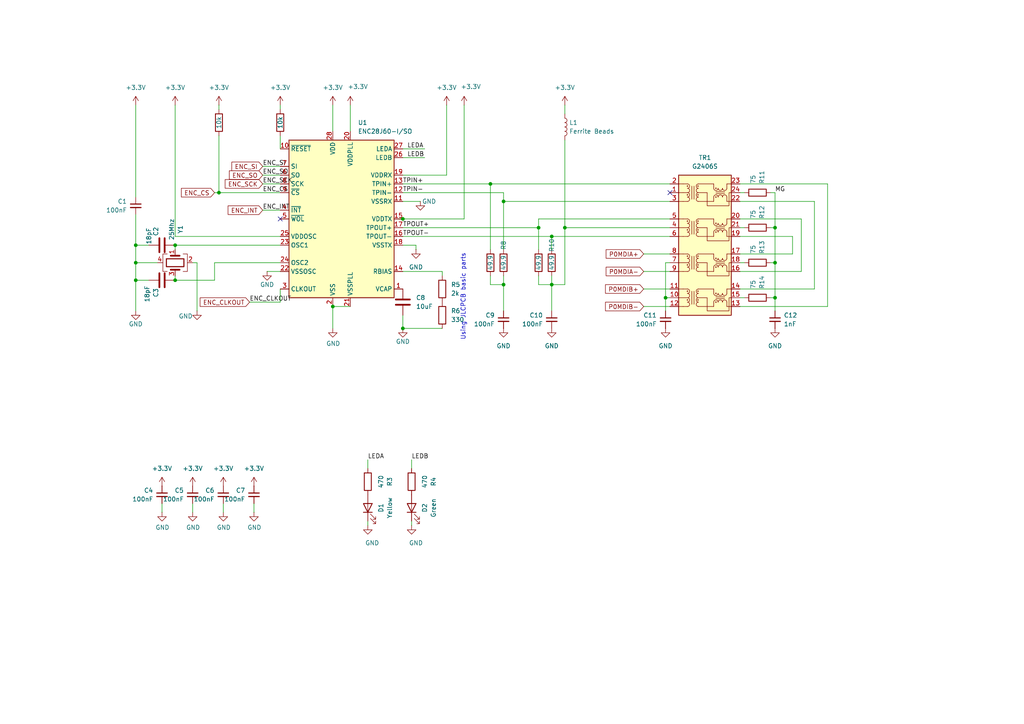
<source format=kicad_sch>
(kicad_sch (version 20231120) (generator "eeschema") (generator_version "8.0")
  (paper "A4")
  (title_block (title "Raspberry Pi 4 Port Gigabit Managed Switch") (date "2025-03-03") (company "Albrecht Lohofener"))
  (lib_symbols
    (symbol "Device:C" (pin_numbers hide) (pin_names (offset 0.254))
      (property "Reference" "C" (at 0.635 2.54 0))
      (property "Value" "C" (at 0.635 -2.54 0))
      (symbol "C_0_1"
        (polyline (pts (xy -2.032 -0.762) (xy 2.032 -0.762)) (stroke (width 0.508)))
        (polyline (pts (xy -2.032 0.762) (xy 2.032 0.762)) (stroke (width 0.508)))
      )
      (symbol "C_1_1"
        (pin passive line (at 0 3.81 270) (length 2.794) (name "~") (number "1"))
        (pin passive line (at 0 -3.81 90) (length 2.794) (name "~") (number "2"))
      )
    )
    (symbol "Device:C_Small" (pin_numbers hide) (pin_names (offset 0.254) hide)
      (property "Reference" "C" (at 0.254 1.778 0))
      (property "Value" "C_Small" (at 0.254 -2.032 0))
      (symbol "C_Small_0_1"
        (polyline (pts (xy -1.524 -0.508) (xy 1.524 -0.508)) (stroke (width 0.3302)))
        (polyline (pts (xy -1.524 0.508) (xy 1.524 0.508)) (stroke (width 0.3048)))
      )
      (symbol "C_Small_1_1"
        (pin passive line (at 0 2.54 270) (length 2.032) (name "~") (number "1"))
        (pin passive line (at 0 -2.54 90) (length 2.032) (name "~") (number "2"))
      )
    )
    (symbol "Device:Crystal_GND24" (pin_names (offset 1.016) hide)
      (property "Reference" "Y" (at 3.175 5.08 0))
      (property "Value" "Crystal_GND24" (at 3.175 3.175 0))
      (symbol "Crystal_GND24_0_1"
        (rectangle (start -1.143 2.54) (end 1.143 -2.54) (stroke (width 0.3048)))
        (polyline (pts (xy -2.54 0) (xy -2.032 0)))
        (polyline (pts (xy -2.032 -1.27) (xy -2.032 1.27)) (stroke (width 0.508)))
        (polyline (pts (xy 0 -3.81) (xy 0 -3.556)))
        (polyline (pts (xy 0 3.556) (xy 0 3.81)))
        (polyline (pts (xy 2.032 -1.27) (xy 2.032 1.27)) (stroke (width 0.508)))
        (polyline (pts (xy 2.032 0) (xy 2.54 0)))
        (polyline (pts (xy -2.54 -2.286) (xy -2.54 -3.556) (xy 2.54 -3.556) (xy 2.54 -2.286)))
        (polyline (pts (xy -2.54 2.286) (xy -2.54 3.556) (xy 2.54 3.556) (xy 2.54 2.286)))
      )
      (symbol "Crystal_GND24_1_1"
        (pin passive line (at -3.81 0 0) (length 1.27) (name "1") (number "1"))
        (pin passive line (at 0 5.08 270) (length 1.27) (name "2") (number "2"))
        (pin passive line (at 3.81 0 180) (length 1.27) (name "3") (number "3"))
        (pin passive line (at 0 -5.08 90) (length 1.27) (name "4") (number "4"))
      )
    )
    (symbol "Device:L" (pin_numbers hide) (pin_names (offset 1.016) hide)
      (property "Reference" "L" (at -1.27 0 90))
      (property "Value" "L" (at 1.905 0 90))
      (symbol "L_0_1"
        (arc (start 0 -2.54) (mid 0.6323 -1.905) (end 0 -1.27))
        (arc (start 0 -1.27) (mid 0.6323 -0.635) (end 0 0))
        (arc (start 0 0) (mid 0.6323 0.635) (end 0 1.27))
        (arc (start 0 1.27) (mid 0.6323 1.905) (end 0 2.54))
      )
      (symbol "L_1_1"
        (pin passive line (at 0 3.81 270) (length 1.27) (name "1") (number "1"))
        (pin passive line (at 0 -3.81 90) (length 1.27) (name "2") (number "2"))
      )
    )
    (symbol "Device:LED" (pin_numbers hide) (pin_names (offset 1.016) hide)
      (property "Reference" "D" (at 0 2.54 0))
      (property "Value" "LED" (at 0 -2.54 0))
      (symbol "LED_0_1"
        (polyline (pts (xy -1.27 -1.27) (xy -1.27 1.27)) (stroke (width 0.254)))
        (polyline (pts (xy -1.27 0) (xy 1.27 0)))
        (polyline (pts (xy 1.27 -1.27) (xy 1.27 1.27) (xy -1.27 0) (xy 1.27 -1.27)) (stroke (width 0.254)))
        (polyline (pts (xy -3.048 -0.762) (xy -4.572 -2.286) (xy -3.81 -2.286) (xy -4.572 -2.286) (xy -4.572 -1.524)))
        (polyline (pts (xy -1.778 -0.762) (xy -3.302 -2.286) (xy -2.54 -2.286) (xy -3.302 -2.286) (xy -3.302 -1.524)))
      )
      (symbol "LED_1_1"
        (pin passive line (at -3.81 0 0) (length 2.54) (name "K") (number "1"))
        (pin passive line (at 3.81 0 180) (length 2.54) (name "A") (number "2"))
      )
    )
    (symbol "Device:R" (pin_numbers hide) (pin_names (offset 0))
      (property "Reference" "R" (at 2.032 0 90))
      (property "Value" "R" (at 0 0 90))
      (symbol "R_0_1"
        (rectangle (start -1.016 -2.54) (end 1.016 2.54) (stroke (width 0.254)))
      )
      (symbol "R_1_1"
        (pin passive line (at 0 3.81 270) (length 1.27) (name "~") (number "1"))
        (pin passive line (at 0 -3.81 90) (length 1.27) (name "~") (number "2"))
      )
    )
    (symbol "Interface_Ethernet:ENC28J60x-SO"
      (property "Reference" "U" (at -13.97 24.13 0))
      (property "Value" "ENC28J60x-SO" (at 5.08 24.13 0))
      (symbol "ENC28J60x-SO_0_1"
        (rectangle (start -15.24 22.86) (end 15.24 -22.86) (stroke (width 0.254)) (fill (type background)))
      )
      (symbol "ENC28J60x-SO_1_1"
        (pin input line (at 17.78 -20.32 180) (length 2.54) (name "VCAP") (number "1"))
        (pin input line (at -17.78 20.32 0) (length 2.54) (name "~{RESET}") (number "10"))
        (pin power_in line (at 17.78 5.08 180) (length 2.54) (name "VSSRX") (number "11"))
        (pin input line (at 17.78 7.62 180) (length 2.54) (name "TPIN-") (number "12"))
        (pin input line (at 17.78 10.16 180) (length 2.54) (name "TPIN+") (number "13"))
        (pin input line (at 17.78 -15.24 180) (length 2.54) (name "RBIAS") (number "14"))
        (pin power_in line (at 17.78 0 180) (length 2.54) (name "VDDTX") (number "15"))
        (pin output line (at 17.78 -5.08 180) (length 2.54) (name "TPOUT-") (number "16"))
        (pin output line (at 17.78 -2.54 180) (length 2.54) (name "TPOUT+") (number "17"))
        (pin power_in line (at 17.78 -7.62 180) (length 2.54) (name "VSSTX") (number "18"))
        (pin power_in line (at 17.78 12.7 180) (length 2.54) (name "VDDRX") (number "19"))
        (pin power_in line (at -2.54 -25.4 90) (length 2.54) (name "VSS") (number "2"))
        (pin power_in line (at 2.54 25.4 270) (length 2.54) (name "VDDPLL") (number "20"))
        (pin power_in line (at 2.54 -25.4 90) (length 2.54) (name "VSSPLL") (number "21"))
        (pin power_in line (at -17.78 -15.24 0) (length 2.54) (name "VSSOSC") (number "22"))
        (pin input line (at -17.78 -7.62 0) (length 2.54) (name "OSC1") (number "23"))
        (pin input line (at -17.78 -12.7 0) (length 2.54) (name "OSC2") (number "24"))
        (pin power_in line (at -17.78 -5.08 0) (length 2.54) (name "VDDOSC") (number "25"))
        (pin output line (at 17.78 17.78 180) (length 2.54) (name "LEDB") (number "26"))
        (pin output line (at 17.78 20.32 180) (length 2.54) (name "LEDA") (number "27"))
        (pin power_in line (at -2.54 25.4 270) (length 2.54) (name "VDD") (number "28"))
        (pin output line (at -17.78 -20.32 0) (length 2.54) (name "CLKOUT") (number "3"))
        (pin output line (at -17.78 2.54 0) (length 2.54) (name "~{INT}") (number "4"))
        (pin output line (at -17.78 0 0) (length 2.54) (name "~{WOL}") (number "5"))
        (pin output line (at -17.78 12.7 0) (length 2.54) (name "SO") (number "6"))
        (pin input line (at -17.78 15.24 0) (length 2.54) (name "SI") (number "7"))
        (pin input line (at -17.78 10.16 0) (length 2.54) (name "SCK") (number "8"))
        (pin input line (at -17.78 7.62 0) (length 2.54) (name "~{CS}") (number "9"))
      )
    )
    (symbol "Transformer:30F-51NL" (pin_names (offset 1.016) hide)
      (property "Reference" "TR" (at -6.35 21.59 0))
      (property "Value" "30F-51NL" (at 2.54 21.59 0))
      (symbol "30F-51NL_0_1"
        (rectangle (start -7.62 20.32) (end 7.62 -20.32) (stroke (width 0.254)) (fill (type background)))
        (polyline (pts (xy 2.54 -16.51) (xy 2.54 -17.78)))
        (polyline (pts (xy 2.54 -12.7) (xy 2.54 -13.97)))
        (polyline (pts (xy 2.54 -6.35) (xy 2.54 -7.62)))
        (polyline (pts (xy 2.54 -2.54) (xy 2.54 -3.81)))
        (polyline (pts (xy 2.54 3.81) (xy 2.54 2.54)))
        (polyline (pts (xy 2.54 7.62) (xy 2.54 6.35)))
        (polyline (pts (xy 2.54 13.97) (xy 2.54 12.7)))
        (polyline (pts (xy 2.54 17.78) (xy 2.54 16.51)))
        (polyline (pts (xy 6.35 -17.78) (xy 6.35 -16.51)))
        (polyline (pts (xy 6.35 -13.97) (xy 6.35 -12.7)))
        (polyline (pts (xy 6.35 -7.62) (xy 6.35 -6.35)))
        (polyline (pts (xy 6.35 -3.81) (xy 6.35 -2.54)))
        (polyline (pts (xy 6.35 2.54) (xy 6.35 3.81)))
        (polyline (pts (xy 6.35 6.35) (xy 6.35 7.62)))
        (polyline (pts (xy 6.35 12.7) (xy 6.35 13.97)))
        (polyline (pts (xy 6.35 16.51) (xy 6.35 17.78)))
        (polyline (pts (xy 7.62 15.24) (xy 7.62 15.24)))
        (polyline (pts (xy 0.635 -15.24) (xy 0.635 -19.05) (xy 6.985 -19.05) (xy 6.985 -15.24) (xy 7.62 -15.24)))
        (polyline (pts (xy 0.635 -5.08) (xy 0.635 -8.89) (xy 6.985 -8.89) (xy 6.985 -5.08) (xy 7.62 -5.08)))
        (polyline (pts (xy 0.635 5.08) (xy 0.635 1.27) (xy 6.985 1.27) (xy 6.985 5.08) (xy 7.62 5.08)))
        (polyline (pts (xy 0.635 15.24) (xy 0.635 11.43) (xy 6.985 11.43) (xy 6.985 15.24) (xy 7.62 15.24)))
        (pin passive line (at -10.16 15.24 0) (length 2.54) (name "CT") (number "1"))
        (pin passive line (at -10.16 -15.24 0) (length 2.54) (name "CT") (number "10"))
        (pin passive line (at -10.16 -12.7 0) (length 2.54) (name "TD4+") (number "11"))
        (pin passive line (at -10.16 -17.78 0) (length 2.54) (name "TD4-") (number "12"))
        (pin passive line (at 10.16 -17.78 180) (length 2.54) (name "MX4-") (number "13"))
        (pin passive line (at 10.16 -12.7 180) (length 2.54) (name "MX4+") (number "14"))
        (pin passive line (at 10.16 -15.24 180) (length 2.54) (name "CT") (number "15"))
        (pin passive line (at 10.16 -7.62 180) (length 2.54) (name "MX3-") (number "16"))
        (pin passive line (at 10.16 -2.54 180) (length 2.54) (name "MX3+") (number "17"))
        (pin passive line (at 10.16 -5.08 180) (length 2.54) (name "CT") (number "18"))
        (pin passive line (at 10.16 2.54 180) (length 2.54) (name "MX2-") (number "19"))
        (pin passive line (at -10.16 17.78 0) (length 2.54) (name "TD1+") (number "2"))
        (pin passive line (at 10.16 7.62 180) (length 2.54) (name "MX2+") (number "20"))
        (pin passive line (at 10.16 5.08 180) (length 2.54) (name "CT") (number "21"))
        (pin passive line (at 10.16 12.7 180) (length 2.54) (name "MX1-") (number "22"))
        (pin passive line (at 10.16 17.78 180) (length 2.54) (name "MX1+") (number "23"))
        (pin passive line (at 10.16 15.24 180) (length 2.54) (name "CT") (number "24"))
        (pin passive line (at -10.16 12.7 0) (length 2.54) (name "TD1-") (number "3"))
        (pin passive line (at -10.16 5.08 0) (length 2.54) (name "CT") (number "4"))
        (pin passive line (at -10.16 7.62 0) (length 2.54) (name "TD2+") (number "5"))
        (pin passive line (at -10.16 2.54 0) (length 2.54) (name "TD2-") (number "6"))
        (pin passive line (at -10.16 -5.08 0) (length 2.54) (name "CT") (number "7"))
        (pin passive line (at -10.16 -2.54 0) (length 2.54) (name "TD3+") (number "8"))
        (pin passive line (at -10.16 -7.62 0) (length 2.54) (name "TD3-") (number "9"))
      )
      (symbol "30F-51NL_1_1"
        (arc (start -5.08 -17.78) (mid -4.4477 -17.145) (end -5.08 -16.51))
        (arc (start -5.08 -16.51) (mid -4.4477 -15.875) (end -5.08 -15.24))
        (circle (center -5.08 -15.875) (radius 0.127))
        (arc (start -5.08 -15.24) (mid -4.4477 -14.605) (end -5.08 -13.97))
        (arc (start -5.08 -13.97) (mid -4.4477 -13.335) (end -5.08 -12.7))
        (circle (center -5.08 -13.335) (radius 0.127))
        (arc (start -5.08 -7.62) (mid -4.4477 -6.985) (end -5.08 -6.35))
        (arc (start -5.08 -6.35) (mid -4.4477 -5.715) (end -5.08 -5.08))
        (circle (center -5.08 -5.715) (radius 0.127))
        (arc (start -5.08 -5.08) (mid -4.4477 -4.445) (end -5.08 -3.81))
        (arc (start -5.08 -3.81) (mid -4.4477 -3.175) (end -5.08 -2.54))
        (circle (center -5.08 -3.175) (radius 0.127))
        (arc (start -5.08 2.54) (mid -4.4477 3.175) (end -5.08 3.81))
        (arc (start -5.08 3.81) (mid -4.4477 4.445) (end -5.08 5.08))
        (circle (center -5.08 4.445) (radius 0.127))
        (arc (start -5.08 5.08) (mid -4.4477 5.715) (end -5.08 6.35))
        (arc (start -5.08 6.35) (mid -4.4477 6.985) (end -5.08 7.62))
        (circle (center -5.08 6.985) (radius 0.127))
        (arc (start -5.08 12.7) (mid -4.4477 13.335) (end -5.08 13.97))
        (arc (start -5.08 13.97) (mid -4.4477 14.605) (end -5.08 15.24))
        (circle (center -5.08 14.605) (radius 0.127))
        (arc (start -5.08 15.24) (mid -4.4477 15.875) (end -5.08 16.51))
        (arc (start -5.08 16.51) (mid -4.4477 17.145) (end -5.08 17.78))
        (circle (center -5.08 17.145) (radius 0.127))
        (circle (center -2.032 -15.875) (radius 0.127))
        (circle (center -2.032 -13.335) (radius 0.127))
        (circle (center -2.032 -5.715) (radius 0.127))
        (circle (center -2.032 -3.175) (radius 0.127))
        (circle (center -2.032 4.445) (radius 0.127))
        (circle (center -2.032 6.985) (radius 0.127))
        (circle (center -2.032 14.605) (radius 0.127))
        (circle (center -2.032 17.145) (radius 0.127))
        (arc (start -1.905 -16.51) (mid -2.5373 -17.145) (end -1.905 -17.78))
        (arc (start -1.905 -15.24) (mid -2.5373 -15.875) (end -1.905 -16.51))
        (arc (start -1.905 -13.97) (mid -2.5373 -14.605) (end -1.905 -15.24))
        (arc (start -1.905 -12.7) (mid -2.5373 -13.335) (end -1.905 -13.97))
        (arc (start -1.905 -6.35) (mid -2.5373 -6.985) (end -1.905 -7.62))
        (arc (start -1.905 -5.08) (mid -2.5373 -5.715) (end -1.905 -6.35))
        (arc (start -1.905 -3.81) (mid -2.5373 -4.445) (end -1.905 -5.08))
        (arc (start -1.905 -2.54) (mid -2.5373 -3.175) (end -1.905 -3.81))
        (arc (start -1.905 3.81) (mid -2.5373 3.175) (end -1.905 2.54))
        (arc (start -1.905 5.08) (mid -2.5373 4.445) (end -1.905 3.81))
        (arc (start -1.905 6.35) (mid -2.5373 5.715) (end -1.905 5.08))
        (arc (start -1.905 7.62) (mid -2.5373 6.985) (end -1.905 6.35))
        (arc (start -1.905 13.97) (mid -2.5373 13.335) (end -1.905 12.7))
        (arc (start -1.905 15.24) (mid -2.5373 14.605) (end -1.905 13.97))
        (arc (start -1.905 16.51) (mid -2.5373 15.875) (end -1.905 15.24))
        (arc (start -1.905 17.78) (mid -2.5373 17.145) (end -1.905 16.51))
        (polyline (pts (xy -7.62 -17.78) (xy -6.35 -17.78)))
        (polyline (pts (xy -7.62 -15.24) (xy -6.35 -15.24)))
        (polyline (pts (xy -7.62 -12.7) (xy -6.35 -12.7)))
        (polyline (pts (xy -7.62 -7.62) (xy -6.35 -7.62)))
        (polyline (pts (xy -7.62 -5.08) (xy -6.35 -5.08)))
        (polyline (pts (xy -7.62 -2.54) (xy -6.35 -2.54)))
        (polyline (pts (xy -7.62 2.54) (xy -6.35 2.54)))
        (polyline (pts (xy -7.62 5.08) (xy -6.35 5.08)))
        (polyline (pts (xy -7.62 7.62) (xy -6.35 7.62)))
        (polyline (pts (xy -7.62 12.7) (xy -6.35 12.7)))
        (polyline (pts (xy -7.62 15.24) (xy -6.35 15.24)))
        (polyline (pts (xy -7.62 17.78) (xy -6.35 17.78)))
        (polyline (pts (xy -6.35 -17.78) (xy -5.08 -17.78)))
        (polyline (pts (xy -6.35 -15.24) (xy -5.08 -15.24)))
        (polyline (pts (xy -6.35 -12.7) (xy -5.08 -12.7)))
        (polyline (pts (xy -6.35 -7.62) (xy -5.08 -7.62)))
        (polyline (pts (xy -6.35 -5.08) (xy -5.08 -5.08)))
        (polyline (pts (xy -6.35 -2.54) (xy -5.08 -2.54)))
        (polyline (pts (xy -6.35 2.54) (xy -5.08 2.54)))
        (polyline (pts (xy -6.35 5.08) (xy -5.08 5.08)))
        (polyline (pts (xy -6.35 7.62) (xy -5.08 7.62)))
        (polyline (pts (xy -6.35 12.7) (xy -5.08 12.7)))
        (polyline (pts (xy -6.35 15.24) (xy -5.08 15.24)))
        (polyline (pts (xy -6.35 17.78) (xy -5.08 17.78)))
        (polyline (pts (xy -3.81 -17.145) (xy -3.81 -13.335)))
        (polyline (pts (xy -3.81 -6.985) (xy -3.81 -3.175)))
        (polyline (pts (xy -3.81 3.175) (xy -3.81 6.985)))
        (polyline (pts (xy -3.81 13.335) (xy -3.81 17.145)))
        (polyline (pts (xy -3.175 -17.145) (xy -3.175 -13.335)))
        (polyline (pts (xy -3.175 -6.985) (xy -3.175 -3.175)))
        (polyline (pts (xy -3.175 3.175) (xy -3.175 6.985)))
        (polyline (pts (xy -3.175 13.335) (xy -3.175 17.145)))
        (polyline (pts (xy 0.635 -15.24) (xy -1.905 -15.24)))
        (polyline (pts (xy 0.635 -5.08) (xy -1.905 -5.08)))
        (polyline (pts (xy 0.635 5.08) (xy -1.905 5.08)))
        (polyline (pts (xy 0.635 15.24) (xy -1.905 15.24)))
        (polyline (pts (xy 2.54 -17.78) (xy -1.905 -17.78)))
        (polyline (pts (xy 2.54 -12.7) (xy -1.905 -12.7)))
        (polyline (pts (xy 2.54 -7.62) (xy -1.905 -7.62)))
        (polyline (pts (xy 2.54 -2.54) (xy -1.905 -2.54)))
        (polyline (pts (xy 2.54 2.54) (xy -1.905 2.54)))
        (polyline (pts (xy 2.54 7.62) (xy -1.905 7.62)))
        (polyline (pts (xy 2.54 12.7) (xy -1.905 12.7)))
        (polyline (pts (xy 2.54 17.78) (xy -1.905 17.78)))
        (polyline (pts (xy 5.715 -15.494) (xy 3.175 -15.494)))
        (polyline (pts (xy 5.715 -14.986) (xy 3.175 -14.986)))
        (polyline (pts (xy 5.715 -5.334) (xy 3.175 -5.334)))
        (polyline (pts (xy 5.715 -4.826) (xy 3.175 -4.826)))
        (polyline (pts (xy 5.715 4.826) (xy 3.175 4.826)))
        (polyline (pts (xy 5.715 5.334) (xy 3.175 5.334)))
        (polyline (pts (xy 5.715 14.986) (xy 3.175 14.986)))
        (polyline (pts (xy 5.715 15.494) (xy 3.175 15.494)))
        (polyline (pts (xy 7.62 -17.78) (xy 6.35 -17.78)))
        (polyline (pts (xy 7.62 -12.7) (xy 6.35 -12.7)))
        (polyline (pts (xy 7.62 -7.62) (xy 6.35 -7.62)))
        (polyline (pts (xy 7.62 -2.54) (xy 6.35 -2.54)))
        (polyline (pts (xy 7.62 2.54) (xy 6.35 2.54)))
        (polyline (pts (xy 7.62 7.62) (xy 6.35 7.62)))
        (polyline (pts (xy 7.62 12.7) (xy 6.35 12.7)))
        (polyline (pts (xy 7.62 17.78) (xy 6.35 17.78)))
        (arc (start 2.54 -13.97) (mid 3.175 -14.6023) (end 3.81 -13.97))
        (arc (start 2.54 -3.81) (mid 3.175 -4.4423) (end 3.81 -3.81))
        (arc (start 2.54 6.35) (mid 3.175 5.7177) (end 3.81 6.35))
        (arc (start 2.54 16.51) (mid 3.175 15.8777) (end 3.81 16.51))
        (circle (center 3.175 -16.51) (radius 0.127))
        (circle (center 3.175 -13.97) (radius 0.127))
        (circle (center 3.175 -6.35) (radius 0.127))
        (circle (center 3.175 -3.81) (radius 0.127))
        (circle (center 3.175 3.81) (radius 0.127))
        (circle (center 3.175 6.35) (radius 0.127))
        (circle (center 3.175 13.97) (radius 0.127))
        (circle (center 3.175 16.51) (radius 0.127))
        (arc (start 3.81 -16.51) (mid 3.175 -15.8777) (end 2.54 -16.51))
        (arc (start 3.81 -13.97) (mid 4.445 -14.6023) (end 5.08 -13.97))
        (arc (start 3.81 -6.35) (mid 3.175 -5.7177) (end 2.54 -6.35))
        (arc (start 3.81 -3.81) (mid 4.445 -4.4423) (end 5.08 -3.81))
        (arc (start 3.81 3.81) (mid 3.175 4.4423) (end 2.54 3.81))
        (arc (start 3.81 6.35) (mid 4.445 5.7177) (end 5.08 6.35))
        (arc (start 3.81 13.97) (mid 3.175 14.6023) (end 2.54 13.97))
        (arc (start 3.81 16.51) (mid 4.445 15.8777) (end 5.08 16.51))
        (arc (start 5.08 -16.51) (mid 4.445 -15.8777) (end 3.81 -16.51))
        (arc (start 5.08 -13.97) (mid 5.715 -14.6023) (end 6.35 -13.97))
        (arc (start 5.08 -6.35) (mid 4.445 -5.7177) (end 3.81 -6.35))
        (arc (start 5.08 -3.81) (mid 5.715 -4.4423) (end 6.35 -3.81))
        (arc (start 5.08 3.81) (mid 4.445 4.4423) (end 3.81 3.81))
        (arc (start 5.08 6.35) (mid 5.715 5.7177) (end 6.35 6.35))
        (arc (start 5.08 13.97) (mid 4.445 14.6023) (end 3.81 13.97))
        (arc (start 5.08 16.51) (mid 5.715 15.8777) (end 6.35 16.51))
        (arc (start 6.35 -16.51) (mid 5.715 -15.8777) (end 5.08 -16.51))
        (arc (start 6.35 -6.35) (mid 5.715 -5.7177) (end 5.08 -6.35))
        (arc (start 6.35 3.81) (mid 5.715 4.4423) (end 5.08 3.81))
        (arc (start 6.35 13.97) (mid 5.715 14.6023) (end 5.08 13.97))
      )
    )
    (symbol "power:+3.3V" (power) (pin_numbers hide) (pin_names (offset 0) hide)
      (property "Value" "+3.3V" (at 0 3.556 0))
      (symbol "+3.3V_0_1"
        (polyline (pts (xy -0.762 1.27) (xy 0 2.54)))
        (polyline (pts (xy 0 0) (xy 0 2.54)))
        (polyline (pts (xy 0 2.54) (xy 0.762 1.27)))
      )
      (symbol "+3.3V_1_1"
        (pin power_in line (at 0 0 90) (length 0) (name "~") (number "1"))
      )
    )
    (symbol "power:GND" (power) (pin_numbers hide) (pin_names (offset 0) hide)
      (property "Value" "GND" (at 0 -3.81 0))
      (symbol "GND_0_1"
        (polyline (pts (xy 0 0) (xy 0 -1.27) (xy 1.27 -1.27) (xy 0 -2.54) (xy -1.27 -1.27) (xy 0 -1.27)))
      )
      (symbol "GND_1_1"
        (pin power_in line (at 0 0 270) (length 0) (name "~") (number "1"))
      )
    )
  )
  (junction (at 116.84 95.25))
  (junction (at 193.04 86.36))
  (junction (at 116.84 63.5))
  (junction (at 156.21 66.04))
  (junction (at 39.37 81.28))
  (junction (at 146.05 82.55))
  (junction (at 160.02 82.55))
  (junction (at 50.8 71.12))
  (junction (at 224.79 86.36))
  (junction (at 96.52 88.9))
  (junction (at 50.8 81.28))
  (junction (at 163.83 66.04))
  (junction (at 146.05 58.42))
  (junction (at 224.79 66.04))
  (junction (at 63.5 55.88))
  (junction (at 160.02 68.58))
  (junction (at 39.37 76.2))
  (junction (at 142.24 53.34))
  (junction (at 39.37 71.12))
  (junction (at 224.79 76.2))
  (no_connect (at 81.28 63.5))
  (no_connect (at 194.31 55.88))
  (wire (pts (xy 186.69 73.66) (xy 194.31 73.66)))
  (wire (pts (xy 50.8 30.48) (xy 50.8 68.58)))
  (wire (pts (xy 134.62 63.5) (xy 116.84 63.5)))
  (wire (pts (xy 214.63 58.42) (xy 236.22 58.42)))
  (wire (pts (xy 229.87 73.66) (xy 229.87 68.58)))
  (wire (pts (xy 163.83 30.48) (xy 163.83 33.02)))
  (wire (pts (xy 115.57 63.5) (xy 116.84 63.5)))
  (wire (pts (xy 62.23 76.2) (xy 81.28 76.2)))
  (wire (pts (xy 106.68 133.35) (xy 106.68 135.89)))
  (wire (pts (xy 156.21 63.5) (xy 194.31 63.5)))
  (wire (pts (xy 39.37 76.2) (xy 39.37 81.28)))
  (wire (pts (xy 106.68 151.13) (xy 106.68 152.4)))
  (wire (pts (xy 120.65 72.39) (xy 120.65 71.12)))
  (wire (pts (xy 146.05 55.88) (xy 146.05 58.42)))
  (wire (pts (xy 96.52 88.9) (xy 101.6 88.9)))
  (wire (pts (xy 55.88 146.05) (xy 55.88 148.59)))
  (wire (pts (xy 156.21 82.55) (xy 160.02 82.55)))
  (wire (pts (xy 39.37 90.17) (xy 39.37 81.28)))
  (wire (pts (xy 63.5 31.75) (xy 63.5 30.48)))
  (wire (pts (xy 146.05 82.55) (xy 146.05 90.17)))
  (wire (pts (xy 156.21 66.04) (xy 156.21 63.5)))
  (wire (pts (xy 214.63 53.34) (xy 240.03 53.34)))
  (wire (pts (xy 119.38 133.35) (xy 119.38 135.89)))
  (wire (pts (xy 128.27 78.74) (xy 128.27 80.01)))
  (wire (pts (xy 45.72 76.2) (xy 39.37 76.2)))
  (wire (pts (xy 76.2 50.8) (xy 81.28 50.8)))
  (wire (pts (xy 160.02 68.58) (xy 194.31 68.58)))
  (wire (pts (xy 160.02 68.58) (xy 160.02 72.39)))
  (wire (pts (xy 223.52 86.36) (xy 224.79 86.36)))
  (wire (pts (xy 223.52 66.04) (xy 224.79 66.04)))
  (wire (pts (xy 39.37 71.12) (xy 43.18 71.12)))
  (wire (pts (xy 116.84 55.88) (xy 146.05 55.88)))
  (wire (pts (xy 116.84 68.58) (xy 160.02 68.58)))
  (wire (pts (xy 224.79 86.36) (xy 224.79 90.17)))
  (wire (pts (xy 193.04 86.36) (xy 194.31 86.36)))
  (wire (pts (xy 76.2 60.96) (xy 81.28 60.96)))
  (wire (pts (xy 39.37 71.12) (xy 39.37 76.2)))
  (wire (pts (xy 160.02 80.01) (xy 160.02 82.55)))
  (wire (pts (xy 229.87 73.66) (xy 214.63 73.66)))
  (wire (pts (xy 134.62 30.48) (xy 134.62 63.5)))
  (wire (pts (xy 224.79 66.04) (xy 224.79 76.2)))
  (wire (pts (xy 120.65 71.12) (xy 116.84 71.12)))
  (wire (pts (xy 163.83 82.55) (xy 163.83 66.04)))
  (wire (pts (xy 119.38 151.13) (xy 119.38 152.4)))
  (wire (pts (xy 62.23 81.28) (xy 50.8 81.28)))
  (wire (pts (xy 214.63 83.82) (xy 236.22 83.82)))
  (wire (pts (xy 101.6 30.48) (xy 101.6 38.1)))
  (wire (pts (xy 116.84 66.04) (xy 156.21 66.04)))
  (wire (pts (xy 186.69 78.74) (xy 194.31 78.74)))
  (wire (pts (xy 232.41 78.74) (xy 214.63 78.74)))
  (wire (pts (xy 186.69 83.82) (xy 194.31 83.82)))
  (wire (pts (xy 142.24 53.34) (xy 194.31 53.34)))
  (wire (pts (xy 193.04 76.2) (xy 194.31 76.2)))
  (wire (pts (xy 116.84 78.74) (xy 128.27 78.74)))
  (wire (pts (xy 39.37 81.28) (xy 43.18 81.28)))
  (wire (pts (xy 64.77 146.05) (xy 64.77 148.59)))
  (wire (pts (xy 160.02 82.55) (xy 160.02 90.17)))
  (wire (pts (xy 156.21 72.39) (xy 156.21 66.04)))
  (wire (pts (xy 63.5 55.88) (xy 81.28 55.88)))
  (wire (pts (xy 50.8 71.12) (xy 50.8 72.39)))
  (wire (pts (xy 46.99 146.05) (xy 46.99 148.59)))
  (wire (pts (xy 236.22 83.82) (xy 236.22 58.42)))
  (wire (pts (xy 193.04 76.2) (xy 193.04 86.36)))
  (wire (pts (xy 232.41 63.5) (xy 232.41 78.74)))
  (wire (pts (xy 163.83 66.04) (xy 194.31 66.04)))
  (wire (pts (xy 57.15 76.2) (xy 55.88 76.2)))
  (wire (pts (xy 63.5 39.37) (xy 63.5 55.88)))
  (wire (pts (xy 96.52 95.25) (xy 96.52 88.9)))
  (wire (pts (xy 240.03 53.34) (xy 240.03 88.9)))
  (wire (pts (xy 214.63 86.36) (xy 215.9 86.36)))
  (wire (pts (xy 146.05 58.42) (xy 146.05 72.39)))
  (wire (pts (xy 116.84 58.42) (xy 121.92 58.42)))
  (wire (pts (xy 129.54 50.8) (xy 116.84 50.8)))
  (wire (pts (xy 146.05 58.42) (xy 194.31 58.42)))
  (wire (pts (xy 50.8 80.01) (xy 50.8 81.28)))
  (wire (pts (xy 81.28 87.63) (xy 81.28 83.82)))
  (wire (pts (xy 116.84 53.34) (xy 142.24 53.34)))
  (wire (pts (xy 146.05 80.01) (xy 146.05 82.55)))
  (wire (pts (xy 81.28 30.48) (xy 81.28 31.75)))
  (wire (pts (xy 214.63 68.58) (xy 229.87 68.58)))
  (wire (pts (xy 81.28 39.37) (xy 81.28 43.18)))
  (wire (pts (xy 163.83 40.64) (xy 163.83 66.04)))
  (wire (pts (xy 72.39 87.63) (xy 81.28 87.63)))
  (wire (pts (xy 62.23 55.88) (xy 63.5 55.88)))
  (wire (pts (xy 73.66 146.05) (xy 73.66 148.59)))
  (wire (pts (xy 214.63 55.88) (xy 215.9 55.88)))
  (wire (pts (xy 116.84 95.25) (xy 116.84 91.44)))
  (wire (pts (xy 116.84 95.25) (xy 128.27 95.25)))
  (wire (pts (xy 224.79 76.2) (xy 224.79 86.36)))
  (wire (pts (xy 76.2 48.26) (xy 81.28 48.26)))
  (wire (pts (xy 116.84 43.18) (xy 123.19 43.18)))
  (wire (pts (xy 62.23 76.2) (xy 62.23 81.28)))
  (wire (pts (xy 116.84 45.72) (xy 123.19 45.72)))
  (wire (pts (xy 193.04 86.36) (xy 193.04 90.17)))
  (wire (pts (xy 214.63 63.5) (xy 232.41 63.5)))
  (wire (pts (xy 50.8 71.12) (xy 81.28 71.12)))
  (wire (pts (xy 223.52 76.2) (xy 224.79 76.2)))
  (wire (pts (xy 224.79 55.88) (xy 224.79 66.04)))
  (wire (pts (xy 223.52 55.88) (xy 224.79 55.88)))
  (wire (pts (xy 186.69 88.9) (xy 194.31 88.9)))
  (wire (pts (xy 160.02 82.55) (xy 163.83 82.55)))
  (wire (pts (xy 129.54 30.48) (xy 129.54 50.8)))
  (wire (pts (xy 76.2 53.34) (xy 81.28 53.34)))
  (wire (pts (xy 39.37 30.48) (xy 39.37 57.15)))
  (wire (pts (xy 240.03 88.9) (xy 214.63 88.9)))
  (wire (pts (xy 142.24 53.34) (xy 142.24 72.39)))
  (wire (pts (xy 96.52 30.48) (xy 96.52 38.1)))
  (wire (pts (xy 77.47 78.74) (xy 81.28 78.74)))
  (wire (pts (xy 142.24 82.55) (xy 146.05 82.55)))
  (wire (pts (xy 214.63 66.04) (xy 215.9 66.04)))
  (wire (pts (xy 57.15 90.17) (xy 57.15 76.2)))
  (wire (pts (xy 39.37 62.23) (xy 39.37 71.12)))
  (wire (pts (xy 214.63 76.2) (xy 215.9 76.2)))
  (wire (pts (xy 142.24 82.55) (xy 142.24 80.01)))
  (wire (pts (xy 156.21 82.55) (xy 156.21 80.01)))
  (wire (pts (xy 50.8 68.58) (xy 81.28 68.58)))
  (text "Using JLCPCB basic parts" (at 134.366 86.106 90) (effects (font (size 1.27 1.27))))
  (label "ENC_SCK" (at 76.2 53.34 0))
  (label "LEDA" (at 106.68 133.35 0))
  (label "MG" (at 224.79 55.88 0))
  (label "LEDB" (at 118.11 45.72 0))
  (label "ENC_CS" (at 76.2 55.88 0))
  (label "LEDB" (at 119.38 133.35 0))
  (label "TPOUT-" (at 116.84 68.58 0))
  (label "ENC_CLKOUT" (at 72.39 87.63 0))
  (label "ENC_INT" (at 76.2 60.96 0))
  (label "ENC_SO" (at 76.2 50.8 0))
  (label "TPOUT+" (at 116.84 66.04 0))
  (label "ENC_SI" (at 76.2 48.26 0))
  (label "LEDA" (at 118.11 43.18 0))
  (label "TPIN+" (at 116.84 53.34 0))
  (label "TPIN-" (at 116.84 55.88 0))
  (global_label "ENC_CS" (shape input) (at 62.23 55.88 180) (property "Intersheetrefs" "${INTERSHEET_REFS}" (effects (hide yes))))
  (global_label "P0MDIB-" (shape input) (at 186.69 88.9 180) (property "Intersheetrefs" "${INTERSHEET_REFS}" (effects (hide yes))))
  (global_label "P0MDIB+" (shape input) (at 186.69 83.82 180) (property "Intersheetrefs" "${INTERSHEET_REFS}" (effects (hide yes))))
  (global_label "P0MDIA+" (shape input) (at 186.69 73.66 180) (property "Intersheetrefs" "${INTERSHEET_REFS}" (effects (hide yes))))
  (global_label "ENC_SCK" (shape input) (at 76.2 53.34 180) (property "Intersheetrefs" "${INTERSHEET_REFS}" (effects (hide yes))))
  (global_label "ENC_INT" (shape input) (at 76.2 60.96 180) (property "Intersheetrefs" "${INTERSHEET_REFS}" (effects (hide yes))))
  (global_label "ENC_SO" (shape input) (at 76.2 50.8 180) (property "Intersheetrefs" "${INTERSHEET_REFS}" (effects (hide yes))))
  (global_label "ENC_CLKOUT" (shape input) (at 72.39 87.63 180) (property "Intersheetrefs" "${INTERSHEET_REFS}" (effects (hide yes))))
  (global_label "ENC_SI" (shape input) (at 76.2 48.26 180) (property "Intersheetrefs" "${INTERSHEET_REFS}" (effects (hide yes))))
  (global_label "P0MDIA-" (shape input) (at 186.69 78.74 180) (property "Intersheetrefs" "${INTERSHEET_REFS}" (effects (hide yes))))
  (symbol (lib_id "power:GND") (at 116.84 95.25 0) (unit 1)
    (property "Reference" "#PWR020" (effects (hide yes)))
    (property "Value" "GND" (at 116.84 99.06 0))
    (property "Description" "Power symbol creates a global label with name \"GND\" , ground" (effects (hide yes)))
  )
  (symbol (lib_id "Device:R") (at 146.05 76.2 0) (unit 1)
    (property "Reference" "R8" (at 146.05 71.12 90))
    (property "Value" "49.9" (at 146.05 76.2 90))
    (property "Footprint" "Resistor_SMD:R_0402_1005Metric" (effects (hide yes)))
    (property "LCSC Part #" "C25120" (effects (hide yes)))
    (property "Part" "62.5mW Thick Film Resistors 50V ±100ppm/℃ ±1% 49.9Ω 0402" (effects (hide yes)))
  )
  (symbol (lib_id "power:GND") (at 119.38 152.4 0) (unit 1)
    (property "Reference" "#PWR021" (effects (hide yes)))
    (property "Value" "GND" (at 120.65 157.48 0))
    (property "Description" "Power symbol creates a global label with name \"GND\" , ground" (effects (hide yes)))
  )
  (symbol (lib_id "Device:R") (at 219.71 55.88 270) (mirror x) (unit 1)
    (property "Reference" "R11" (at 220.9801 53.34 0) (effects (justify left)))
    (property "Value" "75" (at 218.4401 53.34 0) (effects (justify left)))
    (property "Footprint" "Resistor_SMD:R_0603_1608Metric" (effects (hide yes)))
    (property "Description" "Resistor" (effects (hide yes)))
    (property "LCSC Part #" "C4275" (effects (hide yes)))
    (property "Part" "R 75Ω 125mW 1% 0603" (effects (hide yes)))
    (property "Shop" "https://store.comet.bg/Catalogue/Product/35534/" (effects (hide yes)))
  )
  (symbol (lib_id "power:GND") (at 193.04 95.25 0) (unit 1)
    (property "Reference" "#PWR029" (effects (hide yes)))
    (property "Value" "GND" (at 193.04 100.33 0))
    (property "Description" "Power symbol creates a global label with name \"GND\" , ground" (effects (hide yes)))
  )
  (symbol (lib_id "power:GND") (at 96.52 95.25 0) (unit 1)
    (property "Reference" "#PWR017" (effects (hide yes)))
    (property "Value" "GND" (at 96.647 99.6442 0))
    (property "Description" "Power symbol creates a global label with name \"GND\" , ground" (effects (hide yes)))
  )
  (symbol (lib_id "power:+3.3V") (at 63.5 30.48 0) (unit 1)
    (property "Reference" "#PWR09" (effects (hide yes)))
    (property "Value" "+3.3V" (at 63.5 25.4 0))
    (property "Description" "Power symbol creates a global label with name \"+3.3V\"" (effects (hide yes)))
  )
  (symbol (lib_id "power:+3.3V") (at 96.52 30.48 0) (unit 1)
    (property "Reference" "#PWR016" (effects (hide yes)))
    (property "Value" "+3.3V" (at 96.52 25.4 0))
    (property "Description" "Power symbol creates a global label with name \"+3.3V\"" (effects (hide yes)))
  )
  (symbol (lib_id "power:GND") (at 146.05 95.25 0) (unit 1)
    (property "Reference" "#PWR026" (effects (hide yes)))
    (property "Value" "GND" (at 146.05 100.33 0))
    (property "Description" "Power symbol creates a global label with name \"GND\" , ground" (effects (hide yes)))
  )
  (symbol (lib_id "Device:R") (at 119.38 139.7 0) (unit 1)
    (property "Reference" "R4" (at 125.73 139.7 90))
    (property "Value" "470" (at 123.19 139.7 90))
    (property "Footprint" "Resistor_SMD:R_0402_1005Metric" (effects (hide yes)))
    (property "LCSC Part #" "C25117" (effects (hide yes)))
    (property "Part" "62.5mW Thick Film Resistors 50V ±100ppm/℃ ±1% 470Ω 0402" (effects (hide yes)))
  )
  (symbol (lib_id "power:+3.3V") (at 73.66 140.97 0) (unit 1)
    (property "Reference" "#PWR012" (effects (hide yes)))
    (property "Value" "+3.3V" (at 73.66 135.89 0))
    (property "Description" "Power symbol creates a global label with name \"+3.3V\"" (effects (hide yes)))
  )
  (symbol (lib_id "Device:R") (at 81.28 35.56 0) (unit 1)
    (property "Reference" "R2" (effects (hide yes)))
    (property "Value" "10k" (at 81.28 35.56 90))
    (property "Footprint" "Resistor_SMD:R_1206_3216Metric" (effects (hide yes)))
    (property "Description" "Resistor" (effects (hide yes)))
    (property "LCSC Part #" "C17902" (effects (hide yes)))
    (property "Part" "250mW Thick Film Resistors 200V ±100ppm/℃ ±1% 10kΩ 1206" (effects (hide yes)))
  )
  (symbol (lib_id "Device:Crystal_GND24") (at 50.8 76.2 270) (unit 1)
    (property "Reference" "Y1" (at 52.324 66.548 0))
    (property "Value" "25Mhz" (at 49.784 66.548 0))
    (property "Footprint" "Crystal:Crystal_SMD_Abracon_ABM8G-4Pin_3.2x2.5mm" (effects (hide yes)))
    (property "LCSC Part #" "C9006" (effects (hide yes)))
  )
  (symbol (lib_id "power:+3.3V") (at 81.28 30.48 0) (unit 1)
    (property "Reference" "#PWR015" (effects (hide yes)))
    (property "Value" "+3.3V" (at 81.28 25.4 0))
    (property "Description" "Power symbol creates a global label with name \"+3.3V\"" (effects (hide yes)))
  )
  (symbol (lib_id "power:GND") (at 120.65 72.39 0) (unit 1)
    (property "Reference" "#PWR022" (effects (hide yes)))
    (property "Value" "GND" (at 120.65 77.47 0))
    (property "Description" "Power symbol creates a global label with name \"GND\" , ground" (effects (hide yes)))
  )
  (symbol (lib_id "power:GND") (at 73.66 148.59 0) (unit 1)
    (property "Reference" "#PWR013" (effects (hide yes)))
    (property "Value" "GND" (at 73.787 152.9842 0))
    (property "Description" "Power symbol creates a global label with name \"GND\" , ground" (effects (hide yes)))
  )
  (symbol (lib_id "power:GND") (at 224.79 95.25 0) (unit 1)
    (property "Reference" "#PWR030" (effects (hide yes)))
    (property "Value" "GND" (at 224.79 100.33 0))
    (property "Description" "Power symbol creates a global label with name \"GND\" , ground" (effects (hide yes)))
  )
  (symbol (lib_id "Interface_Ethernet:ENC28J60x-SO") (at 99.06 63.5 0) (unit 1)
    (property "Reference" "U1" (at 103.7941 35.56 0) (effects (justify left)))
    (property "Value" "ENC28J60-I/SO" (at 103.7941 38.1 0) (effects (justify left)))
    (property "Footprint" "Package_SO:SOIC-28W_7.5x17.9mm_P1.27mm" (effects (hide yes)))
    (property "Datasheet" "http://ww1.microchip.com/downloads/en/devicedoc/39662e.pdf" (effects (hide yes)))
    (property "Description" "ENC28J60 Single Chip Ethernet Interface, SOIC-28" (effects (hide yes)))
    (property "LCSC Part #" "C47351" (effects (hide yes)))
  )
  (symbol (lib_id "power:GND") (at 160.02 95.25 0) (unit 1)
    (property "Reference" "#PWR027" (effects (hide yes)))
    (property "Value" "GND" (at 160.02 100.33 0))
    (property "Description" "Power symbol creates a global label with name \"GND\" , ground" (effects (hide yes)))
  )
  (symbol (lib_id "Device:C_Small") (at 39.37 59.69 0) (mirror y) (unit 1)
    (property "Reference" "C1" (at 36.83 58.4262 0) (effects (justify left)))
    (property "Value" "100nF" (at 36.83 60.9662 0) (effects (justify left)))
    (property "Footprint" "Capacitor_SMD:C_0603_1608Metric" (effects (hide yes)))
    (property "Description" "Unpolarized capacitor, small symbol" (effects (hide yes)))
    (property "LCSC Part #" "C14663" (effects (hide yes)))
    (property "Part" "50V 100nF X7R ±10% 0603" (effects (hide yes)))
  )
  (symbol (lib_id "power:+3.3V") (at 64.77 140.97 0) (unit 1)
    (property "Reference" "#PWR010" (effects (hide yes)))
    (property "Value" "+3.3V" (at 64.77 135.89 0))
    (property "Description" "Power symbol creates a global label with name \"+3.3V\"" (effects (hide yes)))
  )
  (symbol (lib_id "Device:C_Small") (at 46.99 143.51 0) (mirror y) (unit 1)
    (property "Reference" "C4" (at 44.45 142.2462 0) (effects (justify left)))
    (property "Value" "100nF" (at 44.45 144.7862 0) (effects (justify left)))
    (property "Footprint" "Capacitor_SMD:C_0603_1608Metric" (effects (hide yes)))
    (property "Description" "Unpolarized capacitor, small symbol" (effects (hide yes)))
    (property "LCSC Part #" "C14663" (effects (hide yes)))
    (property "Part" "50V 100nF X7R ±10% 0603" (effects (hide yes)))
  )
  (symbol (lib_id "power:GND") (at 55.88 148.59 0) (unit 1)
    (property "Reference" "#PWR07" (effects (hide yes)))
    (property "Value" "GND" (at 56.007 152.9842 0))
    (property "Description" "Power symbol creates a global label with name \"GND\" , ground" (effects (hide yes)))
  )
  (symbol (lib_id "power:GND") (at 64.77 148.59 0) (unit 1)
    (property "Reference" "#PWR011" (effects (hide yes)))
    (property "Value" "GND" (at 64.897 152.9842 0))
    (property "Description" "Power symbol creates a global label with name \"GND\" , ground" (effects (hide yes)))
  )
  (symbol (lib_id "Device:LED") (at 106.68 147.32 90) (unit 1)
    (property "Reference" "D1" (at 110.49 147.32 0))
    (property "Value" "Yellow" (at 113.03 147.32 0))
    (property "Footprint" "LED_SMD:LED_0805_2012Metric" (effects (hide yes)))
    (property "LCSC Part #" "C2296" (effects (hide yes)))
    (property "Part" "Yellow 0805 LED Indication" (effects (hide yes)))
  )
  (symbol (lib_id "Device:R") (at 156.21 76.2 0) (unit 1)
    (property "Reference" "R9" (effects (hide yes)))
    (property "Value" "49.9" (at 156.21 76.2 90))
    (property "Footprint" "Resistor_SMD:R_0402_1005Metric" (effects (hide yes)))
    (property "LCSC Part #" "C25120" (effects (hide yes)))
    (property "Part" "62.5mW Thick Film Resistors 50V ±100ppm/℃ ±1% 49.9Ω 0402" (effects (hide yes)))
  )
  (symbol (lib_id "power:GND") (at 77.47 78.74 0) (unit 1)
    (property "Reference" "#PWR014" (effects (hide yes)))
    (property "Value" "GND" (at 77.47 82.55 0))
    (property "Description" "Power symbol creates a global label with name \"GND\" , ground" (effects (hide yes)))
  )
  (symbol (lib_id "Device:R") (at 63.5 35.56 0) (unit 1)
    (property "Reference" "R1" (effects (hide yes)))
    (property "Value" "10k" (at 63.5 35.56 90))
    (property "Footprint" "Resistor_SMD:R_1206_3216Metric" (effects (hide yes)))
    (property "Description" "Resistor" (effects (hide yes)))
    (property "LCSC Part #" "C17902" (effects (hide yes)))
    (property "Part" "250mW Thick Film Resistors 200V ±100ppm/℃ ±1% 10kΩ 1206" (effects (hide yes)))
  )
  (symbol (lib_id "Device:C_Small") (at 146.05 92.71 0) (mirror y) (unit 1)
    (property "Reference" "C9" (at 143.51 91.4462 0) (effects (justify left)))
    (property "Value" "100nF" (at 143.51 93.9862 0) (effects (justify left)))
    (property "Footprint" "Capacitor_SMD:C_0603_1608Metric" (effects (hide yes)))
    (property "Description" "Unpolarized capacitor, small symbol" (effects (hide yes)))
    (property "LCSC Part #" "C14663" (effects (hide yes)))
    (property "Part" "50V 100nF X7R ±10% 0603" (effects (hide yes)))
  )
  (symbol (lib_id "Device:C_Small") (at 160.02 92.71 0) (mirror y) (unit 1)
    (property "Reference" "C10" (at 157.48 91.4462 0) (effects (justify left)))
    (property "Value" "100nF" (at 157.48 93.9862 0) (effects (justify left)))
    (property "Footprint" "Capacitor_SMD:C_0603_1608Metric" (effects (hide yes)))
    (property "Description" "Unpolarized capacitor, small symbol" (effects (hide yes)))
    (property "LCSC Part #" "C14663" (effects (hide yes)))
    (property "Part" "50V 100nF X7R ±10% 0603" (effects (hide yes)))
  )
  (symbol (lib_id "power:+3.3V") (at 39.37 30.48 0) (unit 1)
    (property "Reference" "#PWR01" (effects (hide yes)))
    (property "Value" "+3.3V" (at 39.37 25.4 0))
    (property "Description" "Power symbol creates a global label with name \"+3.3V\"" (effects (hide yes)))
  )
  (symbol (lib_id "Device:C_Small") (at 64.77 143.51 0) (mirror y) (unit 1)
    (property "Reference" "C6" (at 62.23 142.2462 0) (effects (justify left)))
    (property "Value" "100nF" (at 62.23 144.7862 0) (effects (justify left)))
    (property "Footprint" "Capacitor_SMD:C_0603_1608Metric" (effects (hide yes)))
    (property "Description" "Unpolarized capacitor, small symbol" (effects (hide yes)))
    (property "LCSC Part #" "C14663" (effects (hide yes)))
    (property "Part" "50V 100nF X7R ±10% 0603" (effects (hide yes)))
  )
  (symbol (lib_id "Device:LED") (at 119.38 147.32 90) (unit 1)
    (property "Reference" "D2" (at 123.19 147.32 0))
    (property "Value" "Green" (at 125.73 147.32 0))
    (property "Footprint" "LED_SMD:LED_0805_2012Metric" (effects (hide yes)))
    (property "LCSC Part #" "C2297" (effects (hide yes)))
    (property "Part" "Emerald 0805 LED Indication (green)" (effects (hide yes)))
  )
  (symbol (lib_id "power:GND") (at 39.37 90.17 0) (unit 1)
    (property "Reference" "#PWR02" (effects (hide yes)))
    (property "Value" "GND" (at 39.37 93.98 0))
    (property "Description" "Power symbol creates a global label with name \"GND\" , ground" (effects (hide yes)))
  )
  (symbol (lib_id "Device:R") (at 160.02 76.2 0) (unit 1)
    (property "Reference" "R10" (at 160.02 71.12 90))
    (property "Value" "49.9" (at 160.02 76.2 90))
    (property "Footprint" "Resistor_SMD:R_0402_1005Metric" (effects (hide yes)))
    (property "LCSC Part #" "C25120" (effects (hide yes)))
    (property "Part" "62.5mW Thick Film Resistors 50V ±100ppm/℃ ±1% 49.9Ω 0402" (effects (hide yes)))
  )
  (symbol (lib_id "power:+3.3V") (at 50.8 30.48 0) (unit 1)
    (property "Reference" "#PWR05" (effects (hide yes)))
    (property "Value" "+3.3V" (at 50.8 25.4 0))
    (property "Description" "Power symbol creates a global label with name \"+3.3V\"" (effects (hide yes)))
  )
  (symbol (lib_id "power:+3.3V") (at 101.6 30.48 0) (unit 1)
    (property "Reference" "#PWR018" (effects (hide yes)))
    (property "Value" "+3.3V" (at 100.838 25.146 0) (effects (justify left)))
    (property "Description" "Power symbol creates a global label with name \"+3.3V\"" (effects (hide yes)))
  )
  (symbol (lib_id "Device:C") (at 46.99 81.28 270) (unit 1)
    (property "Reference" "C3" (at 45.212 83.566 0) (effects (justify left)))
    (property "Value" "18pF" (at 42.672 82.804 0) (effects (justify left)))
    (property "Footprint" "Capacitor_SMD:C_0603_1608Metric" (effects (hide yes)))
    (property "Description" "Unpolarized capacitor" (effects (hide yes)))
    (property "LCSC Part #" "C1647" (effects (hide yes)))
    (property "Part" "50V 18pF C0G ±5% 0603" (effects (hide yes)))
  )
  (symbol (lib_id "power:+3.3V") (at 163.83 30.48 0) (unit 1)
    (property "Reference" "#PWR028" (effects (hide yes)))
    (property "Value" "+3.3V" (at 163.83 25.4 0))
    (property "Description" "Power symbol creates a global label with name \"+3.3V\"" (effects (hide yes)))
  )
  (symbol (lib_id "Device:R") (at 219.71 76.2 270) (mirror x) (unit 1)
    (property "Reference" "R13" (at 220.9801 73.66 0) (effects (justify left)))
    (property "Value" "75" (at 218.4401 73.66 0) (effects (justify left)))
    (property "Footprint" "Resistor_SMD:R_0603_1608Metric" (effects (hide yes)))
    (property "Description" "Resistor" (effects (hide yes)))
    (property "LCSC Part #" "C4275" (effects (hide yes)))
    (property "Part" "R 75Ω 125mW 1% 0603" (effects (hide yes)))
    (property "Shop" "https://store.comet.bg/Catalogue/Product/35534/" (effects (hide yes)))
  )
  (symbol (lib_id "Device:L") (at 163.83 36.83 0) (unit 1)
    (property "Reference" "L1" (at 165.1 35.5599 0) (effects (justify left)))
    (property "Value" "Ferrite Beads" (at 165.1 38.0999 0) (effects (justify left)))
    (property "Footprint" "Inductor_SMD:L_0805_2012Metric" (effects (hide yes)))
    (property "Description" "±25% 100Ω@100MHz 0805" (effects (hide yes)))
    (property "LCSC Part #" "C1015" (effects (hide yes)))
  )
  (symbol (lib_id "power:GND") (at 57.15 90.17 0) (unit 1)
    (property "Reference" "#PWR08" (effects (hide yes)))
    (property "Value" "GND" (at 53.848 91.694 0))
    (property "Description" "Power symbol creates a global label with name \"GND\" , ground" (effects (hide yes)))
  )
  (symbol (lib_id "Device:R") (at 219.71 66.04 270) (mirror x) (unit 1)
    (property "Reference" "R12" (at 220.9801 63.5 0) (effects (justify left)))
    (property "Value" "75" (at 218.4401 63.5 0) (effects (justify left)))
    (property "Footprint" "Resistor_SMD:R_0603_1608Metric" (effects (hide yes)))
    (property "Description" "Resistor" (effects (hide yes)))
    (property "LCSC Part #" "C4275" (effects (hide yes)))
    (property "Part" "R 75Ω 125mW 1% 0603" (effects (hide yes)))
    (property "Shop" "https://store.comet.bg/Catalogue/Product/35534/" (effects (hide yes)))
  )
  (symbol (lib_id "Device:R") (at 128.27 91.44 0) (unit 1)
    (property "Reference" "R6" (at 130.81 90.1699 0) (effects (justify left)))
    (property "Value" "330" (at 130.81 92.7099 0) (effects (justify left)))
    (property "Footprint" "Resistor_SMD:R_0402_1005Metric" (effects (hide yes)))
    (property "LCSC Part #" "C25104" (effects (hide yes)))
    (property "Part" "62.5mW Thick Film Resistors 50V ±100ppm/℃ ±1% 330Ω 0402" (effects (hide yes)))
  )
  (symbol (lib_id "Device:C_Small") (at 73.66 143.51 0) (mirror y) (unit 1)
    (property "Reference" "C7" (at 71.12 142.2462 0) (effects (justify left)))
    (property "Value" "100nF" (at 71.12 144.7862 0) (effects (justify left)))
    (property "Footprint" "Capacitor_SMD:C_0603_1608Metric" (effects (hide yes)))
    (property "Description" "Unpolarized capacitor, small symbol" (effects (hide yes)))
    (property "LCSC Part #" "C14663" (effects (hide yes)))
    (property "Part" "50V 100nF X7R ±10% 0603" (effects (hide yes)))
  )
  (symbol (lib_id "power:+3.3V") (at 134.62 30.48 0) (unit 1)
    (property "Reference" "#PWR025" (effects (hide yes)))
    (property "Value" "+3.3V" (at 133.604 25.146 0) (effects (justify left)))
    (property "Description" "Power symbol creates a global label with name \"+3.3V\"" (effects (hide yes)))
  )
  (symbol (lib_id "power:GND") (at 106.68 152.4 0) (unit 1)
    (property "Reference" "#PWR019" (effects (hide yes)))
    (property "Value" "GND" (at 107.95 157.48 0))
    (property "Description" "Power symbol creates a global label with name \"GND\" , ground" (effects (hide yes)))
  )
  (symbol (lib_id "Device:C_Small") (at 55.88 143.51 0) (mirror y) (unit 1)
    (property "Reference" "C5" (at 53.34 142.2462 0) (effects (justify left)))
    (property "Value" "100nF" (at 53.34 144.7862 0) (effects (justify left)))
    (property "Footprint" "Capacitor_SMD:C_0603_1608Metric" (effects (hide yes)))
    (property "Description" "Unpolarized capacitor, small symbol" (effects (hide yes)))
    (property "LCSC Part #" "C14663" (effects (hide yes)))
    (property "Part" "50V 100nF X7R ±10% 0603" (effects (hide yes)))
  )
  (symbol (lib_id "power:+3.3V") (at 46.99 140.97 0) (unit 1)
    (property "Reference" "#PWR03" (effects (hide yes)))
    (property "Value" "+3.3V" (at 46.99 135.89 0))
    (property "Description" "Power symbol creates a global label with name \"+3.3V\"" (effects (hide yes)))
  )
  (symbol (lib_id "Device:R") (at 142.24 76.2 0) (unit 1)
    (property "Reference" "R7" (effects (hide yes)))
    (property "Value" "49.9" (at 142.24 76.2 90))
    (property "Footprint" "Resistor_SMD:R_0402_1005Metric" (effects (hide yes)))
    (property "LCSC Part #" "C25120" (effects (hide yes)))
    (property "Part" "62.5mW Thick Film Resistors 50V ±100ppm/℃ ±1% 49.9Ω 0402" (effects (hide yes)))
  )
  (symbol (lib_id "power:GND") (at 46.99 148.59 0) (unit 1)
    (property "Reference" "#PWR04" (effects (hide yes)))
    (property "Value" "GND" (at 47.117 152.9842 0))
    (property "Description" "Power symbol creates a global label with name \"GND\" , ground" (effects (hide yes)))
  )
  (symbol (lib_id "power:+3.3V") (at 55.88 140.97 0) (unit 1)
    (property "Reference" "#PWR06" (effects (hide yes)))
    (property "Value" "+3.3V" (at 55.88 135.89 0))
    (property "Description" "Power symbol creates a global label with name \"+3.3V\"" (effects (hide yes)))
  )
  (symbol (lib_id "Device:R") (at 106.68 139.7 0) (unit 1)
    (property "Reference" "R3" (at 113.03 139.7 90))
    (property "Value" "470" (at 110.49 139.7 90))
    (property "Footprint" "Resistor_SMD:R_0402_1005Metric" (effects (hide yes)))
    (property "LCSC Part #" "C25117" (effects (hide yes)))
    (property "Part" "62.5mW Thick Film Resistors 50V ±100ppm/℃ ±1% 470Ω 0402" (effects (hide yes)))
  )
  (symbol (lib_id "Device:R") (at 219.71 86.36 270) (mirror x) (unit 1)
    (property "Reference" "R14" (at 220.9801 83.82 0) (effects (justify left)))
    (property "Value" "75" (at 218.4401 83.82 0) (effects (justify left)))
    (property "Footprint" "Resistor_SMD:R_0603_1608Metric" (effects (hide yes)))
    (property "Description" "Resistor" (effects (hide yes)))
    (property "LCSC Part #" "C4275" (effects (hide yes)))
    (property "Part" "R 75Ω 125mW 1% 0603" (effects (hide yes)))
    (property "Shop" "https://store.comet.bg/Catalogue/Product/35534/" (effects (hide yes)))
  )
  (symbol (lib_id "Transformer:30F-51NL") (at 204.47 71.12 0) (unit 1)
    (property "Reference" "TR1" (at 204.47 45.72 0))
    (property "Value" "G2406S" (at 204.47 48.26 0))
    (property "Footprint" "Library:G2406S" (effects (hide yes)))
    (property "Datasheet" "https://wmsc.lcsc.com/wmsc/upload/file/pdf/v2/lcsc/2303071601_CND-tek-G2406S_C507595.pdf" (effects (hide yes)))
    (property "Description" "1CT:1CT 10/100/1000 Base-T Ethernet Transformer, SMD-24" (effects (hide yes)))
    (property "LCSC Part #" "C507595" (effects (hide yes)))
    (property "Part" "G2406S" (effects (hide yes)))
    (property "Shop" "https://www.lcsc.com/product-detail/RJ45-Transformer_CND-tek-G2406S_C507595.html" (effects (hide yes)))
    (property "FT Rotation Offset" "-90" (effects (hide yes)))
    (property "FT Position Offset" "4.381,-5.5245" (effects (hide yes)))
  )
  (symbol (lib_id "Device:C") (at 46.99 71.12 270) (unit 1)
    (property "Reference" "C2" (at 45.212 65.786 0) (effects (justify left)))
    (property "Value" "18pF" (at 43.18 66.04 0) (effects (justify left)))
    (property "Footprint" "Capacitor_SMD:C_0603_1608Metric" (effects (hide yes)))
    (property "Description" "Unpolarized capacitor" (effects (hide yes)))
    (property "LCSC Part #" "C1647" (effects (hide yes)))
    (property "Part" "50V 18pF C0G ±5% 0603" (effects (hide yes)))
  )
  (symbol (lib_id "power:GND") (at 121.92 58.42 0) (unit 1)
    (property "Reference" "#PWR023" (effects (hide yes)))
    (property "Value" "GND" (at 124.46 58.42 0))
    (property "Description" "Power symbol creates a global label with name \"GND\" , ground" (effects (hide yes)))
  )
  (symbol (lib_id "Device:C_Small") (at 224.79 92.71 0) (unit 1)
    (property "Reference" "C12" (at 227.33 91.4462 0) (effects (justify left)))
    (property "Value" "1nF" (at 227.33 93.9862 0) (effects (justify left)))
    (property "Footprint" "Capacitor_SMD:C_0603_1608Metric" (effects (hide yes)))
    (property "Description" "Unpolarized capacitor, small symbol" (effects (hide yes)))
    (property "LCSC Part #" "C1588" (effects (hide yes)))
    (property "Part" "50V 1nF X7R ±10% 0603" (effects (hide yes)))
  )
  (symbol (lib_id "Device:R") (at 128.27 83.82 0) (unit 1)
    (property "Reference" "R5" (at 130.81 82.5499 0) (effects (justify left)))
    (property "Value" "2k" (at 130.81 85.0899 0) (effects (justify left)))
    (property "Footprint" "Resistor_SMD:R_0402_1005Metric" (effects (hide yes)))
    (property "LCSC Part #" "C4109" (effects (hide yes)))
    (property "Part" "62.5mW Thick Film Resistors 50V ±100ppm/℃ ±1% 2kΩ 0402" (effects (hide yes)))
  )
  (symbol (lib_id "Device:C_Small") (at 193.04 92.71 0) (mirror y) (unit 1)
    (property "Reference" "C11" (at 190.5 91.4462 0) (effects (justify left)))
    (property "Value" "100nF" (at 190.5 93.9862 0) (effects (justify left)))
    (property "Footprint" "Capacitor_SMD:C_0603_1608Metric" (effects (hide yes)))
    (property "Description" "Unpolarized capacitor, small symbol" (effects (hide yes)))
    (property "LCSC Part #" "C14663" (effects (hide yes)))
    (property "Part" "50V 100nF X7R ±10% 0603" (effects (hide yes)))
  )
  (symbol (lib_id "Device:C") (at 116.84 87.63 0) (unit 1)
    (property "Reference" "C8" (at 120.65 86.3599 0) (effects (justify left)))
    (property "Value" "10uF" (at 120.65 88.8999 0) (effects (justify left)))
    (property "Footprint" "Capacitor_SMD:C_0402_1005Metric" (effects (hide yes)))
    (property "Description" "Unpolarized capacitor" (effects (hide yes)))
    (property "LCSC Part #" "C15525" (effects (hide yes)))
    (property "Part" "6.3V 10uF X5R ±20% 0402" (effects (hide yes)))
  )
  (symbol (lib_id "power:+3.3V") (at 129.54 30.48 0) (unit 1)
    (property "Reference" "#PWR024" (effects (hide yes)))
    (property "Value" "+3.3V" (at 129.54 25.4 0))
    (property "Description" "Power symbol creates a global label with name \"+3.3V\"" (effects (hide yes)))
  )
)
</source>
